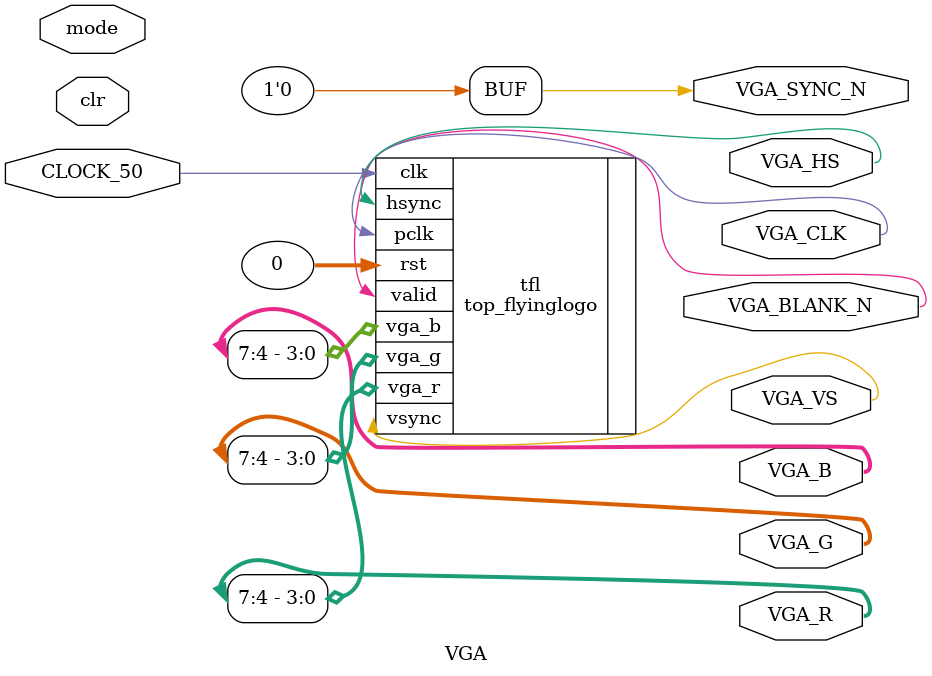
<source format=v>
module VGA(
	input CLOCK_50,
	input clr,
	input [1:0]mode,
	
	//////////// VGA //////////
	output		          		VGA_BLANK_N,
	output		     [7:0]		VGA_B,
	output		          		VGA_CLK,
	output		     [7:0]		VGA_G,
	output		          		VGA_HS,
	output		     [7:0]		VGA_R,
	output		          		VGA_SYNC_N,
	output		          		VGA_VS
);
//inner signal
//reg reset;
wire [9:0] h_addr;
wire [9:0] v_addr;
wire [23:0] vga_data;


//assign module
assign VGA_SYNC_N = 1'b0;

//modules call
//clkgen #(25000000) my_vgaclk(CLOCK_50,1'b0,1'b1,VGA_CLK);

//vga_ctrl ctrl(.pclk(VGA_CLK),.vga_r(VGA_R),.vga_g(VGA_G),.vga_b(VGA_B),
	//.valid(VGA_BLANK_N),.vsync(VGA_VS),.hsync(VGA_HS),.v_addr(v_addr),
	//.h_addr(h_addr),.reset(reset),.vga_data(vga_data));
	
top_flyinglogo tfl(.clk(CLOCK_50), .rst(0), .hsync(VGA_HS), .vsync(VGA_VS),
						.vga_r(VGA_R[7:4]), .vga_g(VGA_G[7:4]), .vga_b(VGA_B[7:4])
						,.pclk(VGA_CLK),.valid(VGA_BLANK_N));
//picdisplay sd(.h_addr(h_addr),.v_addr(v_addr),.vga_data(vga_data),.clk(CLOCK_50),.en(1));


/*
module top_flyinglogo(clk, rst, hsync, vsync, vga_r, vga_g, vga_b);
   input           clk;
   input           rst;
   
   output          hsync;
   output          vsync;
   output [3:0]    vga_r;
   output [3:0]    vga_g;
   output [3:0]    vga_b;
	*/

endmodule 
</source>
